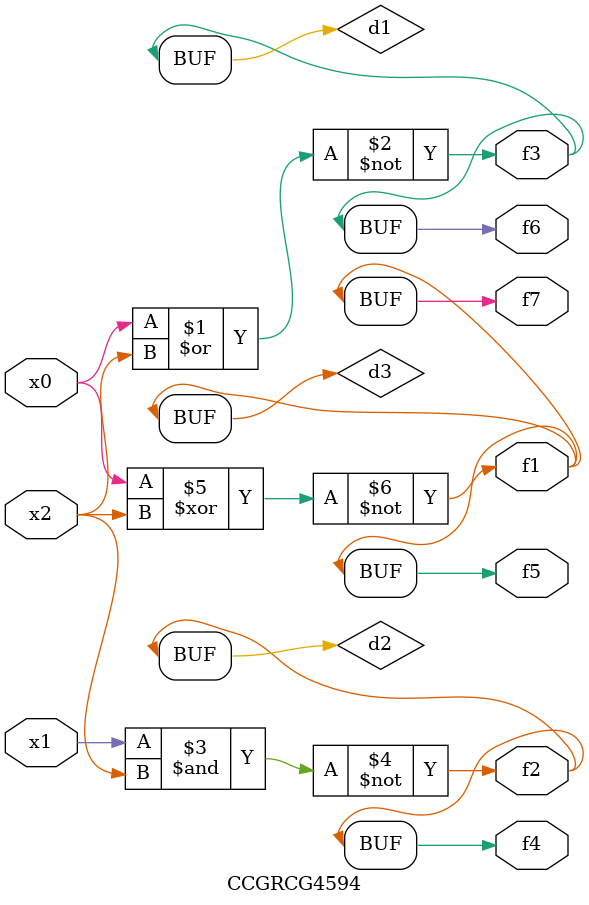
<source format=v>
module CCGRCG4594(
	input x0, x1, x2,
	output f1, f2, f3, f4, f5, f6, f7
);

	wire d1, d2, d3;

	nor (d1, x0, x2);
	nand (d2, x1, x2);
	xnor (d3, x0, x2);
	assign f1 = d3;
	assign f2 = d2;
	assign f3 = d1;
	assign f4 = d2;
	assign f5 = d3;
	assign f6 = d1;
	assign f7 = d3;
endmodule

</source>
